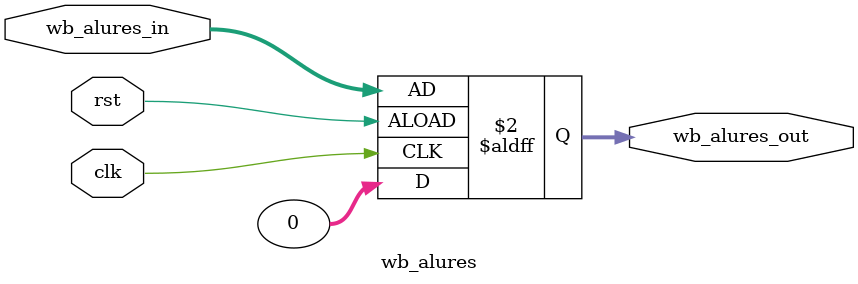
<source format=sv>
module wb_alures(
    input logic clk,
    input logic rst,
    input logic [31:0] wb_alures_in = 32'b0, 
    output logic [31:0] wb_alures_out
     
);

    always_ff @(posedge clk or negedge rst) begin
        if (rst) begin
            wb_alures_out <= 32'b0; 
        end else begin
            wb_alures_out <= wb_alures_in; 
        end
    end
endmodule
</source>
